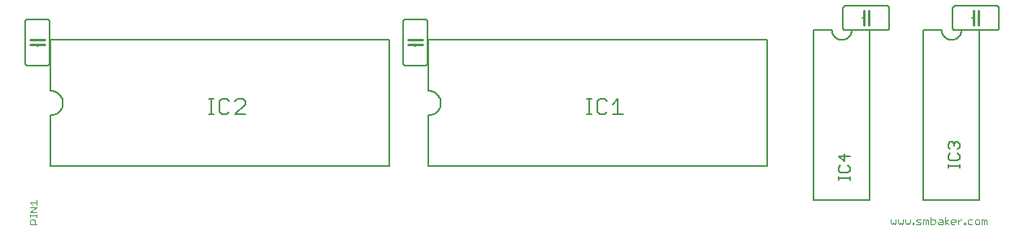
<source format=gto>
G75*
%MOIN*%
%OFA0B0*%
%FSLAX24Y24*%
%IPPOS*%
%LPD*%
%AMOC8*
5,1,8,0,0,1.08239X$1,22.5*
%
%ADD10C,0.0030*%
%ADD11C,0.0060*%
%ADD12C,0.0070*%
%ADD13C,0.0050*%
%ADD14C,0.0100*%
D10*
X000375Y002195D02*
X000375Y002340D01*
X000423Y002388D01*
X000520Y002388D01*
X000568Y002340D01*
X000568Y002195D01*
X000665Y002195D02*
X000375Y002195D01*
X000375Y002490D02*
X000375Y002586D01*
X000375Y002538D02*
X000665Y002538D01*
X000665Y002490D02*
X000665Y002586D01*
X000665Y002686D02*
X000375Y002686D01*
X000665Y002880D01*
X000375Y002880D01*
X000472Y002981D02*
X000375Y003077D01*
X000665Y003077D01*
X000665Y002981D02*
X000665Y003174D01*
X035695Y002388D02*
X035695Y002243D01*
X035743Y002195D01*
X035792Y002243D01*
X035840Y002195D01*
X035888Y002243D01*
X035888Y002388D01*
X035990Y002388D02*
X035990Y002243D01*
X036038Y002195D01*
X036086Y002243D01*
X036135Y002195D01*
X036183Y002243D01*
X036183Y002388D01*
X036284Y002388D02*
X036284Y002243D01*
X036333Y002195D01*
X036381Y002243D01*
X036429Y002195D01*
X036478Y002243D01*
X036478Y002388D01*
X036579Y002243D02*
X036627Y002243D01*
X036627Y002195D01*
X036579Y002195D01*
X036579Y002243D01*
X036726Y002195D02*
X036871Y002195D01*
X036920Y002243D01*
X036871Y002292D01*
X036775Y002292D01*
X036726Y002340D01*
X036775Y002388D01*
X036920Y002388D01*
X037021Y002388D02*
X037069Y002388D01*
X037118Y002340D01*
X037166Y002388D01*
X037214Y002340D01*
X037214Y002195D01*
X037118Y002195D02*
X037118Y002340D01*
X037021Y002388D02*
X037021Y002195D01*
X037316Y002195D02*
X037461Y002195D01*
X037509Y002243D01*
X037509Y002340D01*
X037461Y002388D01*
X037316Y002388D01*
X037316Y002485D02*
X037316Y002195D01*
X037610Y002243D02*
X037659Y002292D01*
X037804Y002292D01*
X037804Y002340D02*
X037804Y002195D01*
X037659Y002195D01*
X037610Y002243D01*
X037659Y002388D02*
X037755Y002388D01*
X037804Y002340D01*
X037905Y002292D02*
X038050Y002388D01*
X038150Y002340D02*
X038199Y002388D01*
X038296Y002388D01*
X038344Y002340D01*
X038344Y002292D01*
X038150Y002292D01*
X038150Y002340D02*
X038150Y002243D01*
X038199Y002195D01*
X038296Y002195D01*
X038445Y002195D02*
X038445Y002388D01*
X038445Y002292D02*
X038542Y002388D01*
X038590Y002388D01*
X038691Y002243D02*
X038739Y002243D01*
X038739Y002195D01*
X038691Y002195D01*
X038691Y002243D01*
X038838Y002243D02*
X038838Y002340D01*
X038886Y002388D01*
X039031Y002388D01*
X039133Y002340D02*
X039133Y002243D01*
X039181Y002195D01*
X039278Y002195D01*
X039326Y002243D01*
X039326Y002340D01*
X039278Y002388D01*
X039181Y002388D01*
X039133Y002340D01*
X039031Y002195D02*
X038886Y002195D01*
X038838Y002243D01*
X039427Y002195D02*
X039427Y002388D01*
X039476Y002388D01*
X039524Y002340D01*
X039572Y002388D01*
X039621Y002340D01*
X039621Y002195D01*
X039524Y002195D02*
X039524Y002340D01*
X038050Y002195D02*
X037905Y002292D01*
X037905Y002195D02*
X037905Y002485D01*
D11*
X037030Y003180D02*
X039330Y003180D01*
X039330Y010180D01*
X038580Y010180D01*
X038330Y010180D02*
X040030Y010180D01*
X040047Y010182D01*
X040064Y010186D01*
X040080Y010193D01*
X040094Y010203D01*
X040107Y010216D01*
X040117Y010230D01*
X040124Y010246D01*
X040128Y010263D01*
X040130Y010280D01*
X040130Y011080D01*
X040128Y011097D01*
X040124Y011114D01*
X040117Y011130D01*
X040107Y011144D01*
X040094Y011157D01*
X040080Y011167D01*
X040064Y011174D01*
X040047Y011178D01*
X040030Y011180D01*
X038330Y011180D01*
X038313Y011178D01*
X038296Y011174D01*
X038280Y011167D01*
X038266Y011157D01*
X038253Y011144D01*
X038243Y011130D01*
X038236Y011114D01*
X038232Y011097D01*
X038230Y011080D01*
X038230Y010280D01*
X038232Y010263D01*
X038236Y010246D01*
X038243Y010230D01*
X038253Y010216D01*
X038266Y010203D01*
X038280Y010193D01*
X038296Y010186D01*
X038313Y010182D01*
X038330Y010180D01*
X038580Y010180D02*
X038578Y010141D01*
X038572Y010102D01*
X038563Y010064D01*
X038550Y010027D01*
X038533Y009991D01*
X038513Y009958D01*
X038489Y009926D01*
X038463Y009897D01*
X038434Y009871D01*
X038402Y009847D01*
X038369Y009827D01*
X038333Y009810D01*
X038296Y009797D01*
X038258Y009788D01*
X038219Y009782D01*
X038180Y009780D01*
X038141Y009782D01*
X038102Y009788D01*
X038064Y009797D01*
X038027Y009810D01*
X037991Y009827D01*
X037958Y009847D01*
X037926Y009871D01*
X037897Y009897D01*
X037871Y009926D01*
X037847Y009958D01*
X037827Y009991D01*
X037810Y010027D01*
X037797Y010064D01*
X037788Y010102D01*
X037782Y010141D01*
X037780Y010180D01*
X037030Y010180D01*
X037030Y003180D01*
X034830Y003180D02*
X032530Y003180D01*
X032530Y010180D01*
X033280Y010180D01*
X033282Y010141D01*
X033288Y010102D01*
X033297Y010064D01*
X033310Y010027D01*
X033327Y009991D01*
X033347Y009958D01*
X033371Y009926D01*
X033397Y009897D01*
X033426Y009871D01*
X033458Y009847D01*
X033491Y009827D01*
X033527Y009810D01*
X033564Y009797D01*
X033602Y009788D01*
X033641Y009782D01*
X033680Y009780D01*
X033719Y009782D01*
X033758Y009788D01*
X033796Y009797D01*
X033833Y009810D01*
X033869Y009827D01*
X033902Y009847D01*
X033934Y009871D01*
X033963Y009897D01*
X033989Y009926D01*
X034013Y009958D01*
X034033Y009991D01*
X034050Y010027D01*
X034063Y010064D01*
X034072Y010102D01*
X034078Y010141D01*
X034080Y010180D01*
X034830Y010180D01*
X034830Y003180D01*
X030630Y004580D02*
X016730Y004580D01*
X016730Y006680D01*
X016774Y006682D01*
X016817Y006688D01*
X016859Y006697D01*
X016901Y006710D01*
X016941Y006727D01*
X016980Y006747D01*
X017017Y006770D01*
X017051Y006797D01*
X017084Y006826D01*
X017113Y006859D01*
X017140Y006893D01*
X017163Y006930D01*
X017183Y006969D01*
X017200Y007009D01*
X017213Y007051D01*
X017222Y007093D01*
X017228Y007136D01*
X017230Y007180D01*
X017228Y007224D01*
X017222Y007267D01*
X017213Y007309D01*
X017200Y007351D01*
X017183Y007391D01*
X017163Y007430D01*
X017140Y007467D01*
X017113Y007501D01*
X017084Y007534D01*
X017051Y007563D01*
X017017Y007590D01*
X016980Y007613D01*
X016941Y007633D01*
X016901Y007650D01*
X016859Y007663D01*
X016817Y007672D01*
X016774Y007678D01*
X016730Y007680D01*
X016730Y009780D01*
X030630Y009780D01*
X030630Y004580D01*
X016680Y008830D02*
X016680Y010530D01*
X016678Y010547D01*
X016674Y010564D01*
X016667Y010580D01*
X016657Y010594D01*
X016644Y010607D01*
X016630Y010617D01*
X016614Y010624D01*
X016597Y010628D01*
X016580Y010630D01*
X015780Y010630D01*
X015763Y010628D01*
X015746Y010624D01*
X015730Y010617D01*
X015716Y010607D01*
X015703Y010594D01*
X015693Y010580D01*
X015686Y010564D01*
X015682Y010547D01*
X015680Y010530D01*
X015680Y008830D01*
X015682Y008813D01*
X015686Y008796D01*
X015693Y008780D01*
X015703Y008766D01*
X015716Y008753D01*
X015730Y008743D01*
X015746Y008736D01*
X015763Y008732D01*
X015780Y008730D01*
X016580Y008730D01*
X016597Y008732D01*
X016614Y008736D01*
X016630Y008743D01*
X016644Y008753D01*
X016657Y008766D01*
X016667Y008780D01*
X016674Y008796D01*
X016678Y008813D01*
X016680Y008830D01*
X016180Y009530D02*
X016180Y009580D01*
X016180Y009780D02*
X016180Y009830D01*
X015130Y009780D02*
X001230Y009780D01*
X001230Y007680D01*
X001274Y007678D01*
X001317Y007672D01*
X001359Y007663D01*
X001401Y007650D01*
X001441Y007633D01*
X001480Y007613D01*
X001517Y007590D01*
X001551Y007563D01*
X001584Y007534D01*
X001613Y007501D01*
X001640Y007467D01*
X001663Y007430D01*
X001683Y007391D01*
X001700Y007351D01*
X001713Y007309D01*
X001722Y007267D01*
X001728Y007224D01*
X001730Y007180D01*
X001728Y007136D01*
X001722Y007093D01*
X001713Y007051D01*
X001700Y007009D01*
X001683Y006969D01*
X001663Y006930D01*
X001640Y006893D01*
X001613Y006859D01*
X001584Y006826D01*
X001551Y006797D01*
X001517Y006770D01*
X001480Y006747D01*
X001441Y006727D01*
X001401Y006710D01*
X001359Y006697D01*
X001317Y006688D01*
X001274Y006682D01*
X001230Y006680D01*
X001230Y004580D01*
X015130Y004580D01*
X015130Y009780D01*
X001180Y010530D02*
X001180Y008830D01*
X001178Y008813D01*
X001174Y008796D01*
X001167Y008780D01*
X001157Y008766D01*
X001144Y008753D01*
X001130Y008743D01*
X001114Y008736D01*
X001097Y008732D01*
X001080Y008730D01*
X000280Y008730D01*
X000263Y008732D01*
X000246Y008736D01*
X000230Y008743D01*
X000216Y008753D01*
X000203Y008766D01*
X000193Y008780D01*
X000186Y008796D01*
X000182Y008813D01*
X000180Y008830D01*
X000180Y010530D01*
X000182Y010547D01*
X000186Y010564D01*
X000193Y010580D01*
X000203Y010594D01*
X000216Y010607D01*
X000230Y010617D01*
X000246Y010624D01*
X000263Y010628D01*
X000280Y010630D01*
X001080Y010630D01*
X001097Y010628D01*
X001114Y010624D01*
X001130Y010617D01*
X001144Y010607D01*
X001157Y010594D01*
X001167Y010580D01*
X001174Y010564D01*
X001178Y010547D01*
X001180Y010530D01*
X000680Y009830D02*
X000680Y009780D01*
X000680Y009580D02*
X000680Y009530D01*
X033730Y010280D02*
X033730Y011080D01*
X033732Y011097D01*
X033736Y011114D01*
X033743Y011130D01*
X033753Y011144D01*
X033766Y011157D01*
X033780Y011167D01*
X033796Y011174D01*
X033813Y011178D01*
X033830Y011180D01*
X035530Y011180D01*
X035547Y011178D01*
X035564Y011174D01*
X035580Y011167D01*
X035594Y011157D01*
X035607Y011144D01*
X035617Y011130D01*
X035624Y011114D01*
X035628Y011097D01*
X035630Y011080D01*
X035630Y010280D01*
X035628Y010263D01*
X035624Y010246D01*
X035617Y010230D01*
X035607Y010216D01*
X035594Y010203D01*
X035580Y010193D01*
X035564Y010186D01*
X035547Y010182D01*
X035530Y010180D01*
X033830Y010180D01*
X033813Y010182D01*
X033796Y010186D01*
X033780Y010193D01*
X033766Y010203D01*
X033753Y010216D01*
X033743Y010230D01*
X033736Y010246D01*
X033732Y010263D01*
X033730Y010280D01*
X034530Y010680D02*
X034580Y010680D01*
X034780Y010680D02*
X034830Y010680D01*
X039030Y010680D02*
X039080Y010680D01*
X039280Y010680D02*
X039330Y010680D01*
D12*
X024710Y006715D02*
X024289Y006715D01*
X024499Y006715D02*
X024499Y007346D01*
X024289Y007135D01*
X024065Y007240D02*
X023960Y007346D01*
X023750Y007346D01*
X023645Y007240D01*
X023645Y006820D01*
X023750Y006715D01*
X023960Y006715D01*
X024065Y006820D01*
X023425Y006715D02*
X023215Y006715D01*
X023320Y006715D02*
X023320Y007346D01*
X023215Y007346D02*
X023425Y007346D01*
X009210Y007240D02*
X009210Y007135D01*
X008789Y006715D01*
X009210Y006715D01*
X008565Y006820D02*
X008460Y006715D01*
X008250Y006715D01*
X008145Y006820D01*
X008145Y007240D01*
X008250Y007346D01*
X008460Y007346D01*
X008565Y007240D01*
X008789Y007240D02*
X008894Y007346D01*
X009105Y007346D01*
X009210Y007240D01*
X007925Y007346D02*
X007715Y007346D01*
X007820Y007346D02*
X007820Y006715D01*
X007715Y006715D02*
X007925Y006715D01*
D13*
X033555Y004998D02*
X033780Y004772D01*
X033780Y005073D01*
X034005Y004998D02*
X033555Y004998D01*
X033630Y004612D02*
X033555Y004537D01*
X033555Y004387D01*
X033630Y004312D01*
X033930Y004312D01*
X034005Y004387D01*
X034005Y004537D01*
X033930Y004612D01*
X034005Y004155D02*
X034005Y004005D01*
X034005Y004080D02*
X033555Y004080D01*
X033555Y004005D02*
X033555Y004155D01*
X038055Y004505D02*
X038055Y004655D01*
X038055Y004580D02*
X038505Y004580D01*
X038505Y004505D02*
X038505Y004655D01*
X038430Y004812D02*
X038130Y004812D01*
X038055Y004887D01*
X038055Y005037D01*
X038130Y005112D01*
X038130Y005272D02*
X038055Y005347D01*
X038055Y005498D01*
X038130Y005573D01*
X038205Y005573D01*
X038280Y005498D01*
X038355Y005573D01*
X038430Y005573D01*
X038505Y005498D01*
X038505Y005347D01*
X038430Y005272D01*
X038430Y005112D02*
X038505Y005037D01*
X038505Y004887D01*
X038430Y004812D01*
X038280Y005422D02*
X038280Y005498D01*
D14*
X039080Y010380D02*
X039080Y010680D01*
X039080Y010980D01*
X039280Y010980D02*
X039280Y010680D01*
X039280Y010380D01*
X034780Y010380D02*
X034780Y010680D01*
X034780Y010980D01*
X034580Y010980D02*
X034580Y010680D01*
X034580Y010380D01*
X016480Y009780D02*
X016180Y009780D01*
X015880Y009780D01*
X015880Y009580D02*
X016180Y009580D01*
X016480Y009580D01*
X000980Y009580D02*
X000680Y009580D01*
X000380Y009580D01*
X000380Y009780D02*
X000680Y009780D01*
X000980Y009780D01*
M02*

</source>
